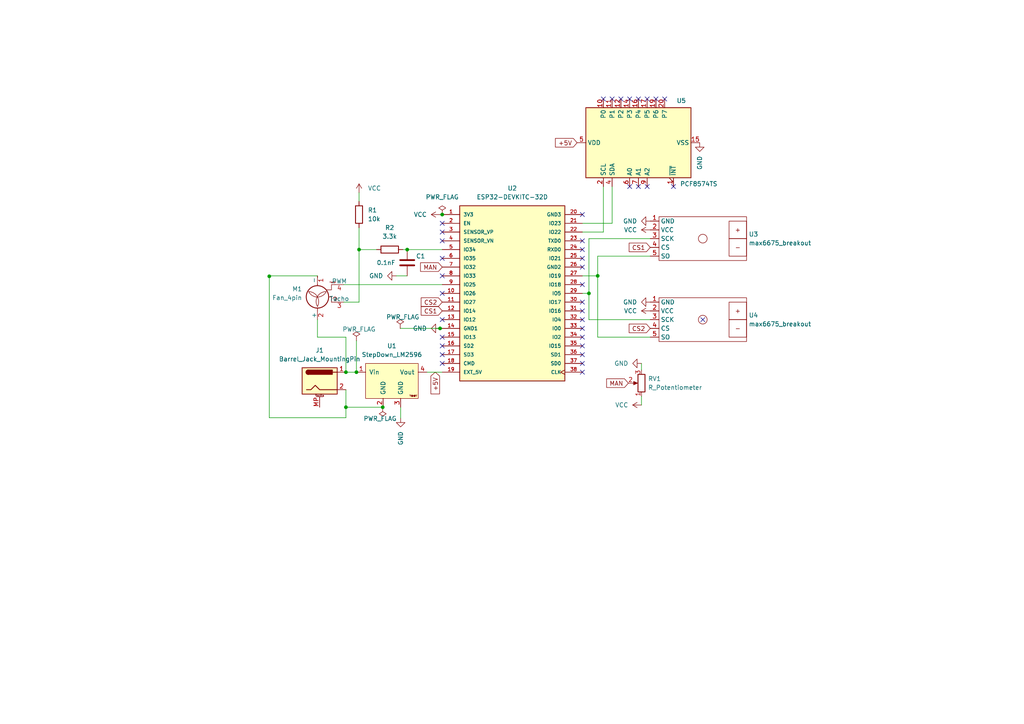
<source format=kicad_sch>
(kicad_sch (version 20211123) (generator eeschema)
  (paper "A4")
  (lib_symbols
    (symbol "Connector:Barrel_Jack_MountingPin" (pin_names hide)
      (property "Reference" "J" (at 0 5.334 0))
      (property "Value" "Barrel_Jack_MountingPin" (at 1.27 -6.35 0))
      (symbol "Barrel_Jack_MountingPin_0_1"
        (rectangle (start -5.08 3.81) (end 5.08 -3.81) (stroke (width 0.254)) (fill (type background)))
        (arc (start -3.302 3.175) (mid -3.937 2.54) (end -3.302 1.905) (stroke (width 0.254)))
        (arc (start -3.302 3.175) (mid -3.937 2.54) (end -3.302 1.905) (stroke (width 0.254)) (fill (type outline)))
        (polyline (pts (xy 5.08 2.54) (xy 3.81 2.54)) (stroke (width 0.254)))
        (polyline (pts (xy -3.81 -2.54) (xy -2.54 -2.54) (xy -1.27 -1.27) (xy 0 -2.54) (xy 2.54 -2.54) (xy 5.08 -2.54)) (stroke (width 0.254)))
        (rectangle (start 3.683 3.175) (end -3.302 1.905) (stroke (width 0.254)) (fill (type outline)))
      )
      (symbol "Barrel_Jack_MountingPin_1_1"
        (polyline (pts (xy -1.016 -4.572) (xy 1.016 -4.572)) (stroke (width 0.1524)))
        (text "Mounting" (at 0 -4.191 0) (effects (font (size 0.381 0.381))))
        (pin passive line (at 7.62 2.54 180) (length 2.54) (name "~") (number "1"))
        (pin passive line (at 7.62 -2.54 180) (length 2.54) (name "~") (number "2"))
        (pin passive line (at 0 -7.62 90) (length 3.048) (name "MountPin") (number "MP"))
      )
    )
    (symbol "Device:C" (pin_numbers hide) (pin_names (offset 0.254))
      (property "Reference" "C" (at 0.635 2.54 0))
      (property "Value" "C" (at 0.635 -2.54 0))
      (symbol "C_0_1"
        (polyline (pts (xy -2.032 -0.762) (xy 2.032 -0.762)) (stroke (width 0.508)))
        (polyline (pts (xy -2.032 0.762) (xy 2.032 0.762)) (stroke (width 0.508)))
      )
      (symbol "C_1_1"
        (pin passive line (at 0 3.81 270) (length 2.794) (name "~") (number "1"))
        (pin passive line (at 0 -3.81 90) (length 2.794) (name "~") (number "2"))
      )
    )
    (symbol "Device:R" (pin_numbers hide) (pin_names (offset 0))
      (property "Reference" "R" (at 2.032 0 90))
      (property "Value" "R" (at 0 0 90))
      (symbol "R_0_1"
        (rectangle (start -1.016 -2.54) (end 1.016 2.54) (stroke (width 0.254)))
      )
      (symbol "R_1_1"
        (pin passive line (at 0 3.81 270) (length 1.27) (name "~") (number "1"))
        (pin passive line (at 0 -3.81 90) (length 1.27) (name "~") (number "2"))
      )
    )
    (symbol "Device:R_Potentiometer" (pin_names (offset 1.016) hide)
      (property "Reference" "RV" (at -4.445 0 90))
      (property "Value" "R_Potentiometer" (at -2.54 0 90))
      (symbol "R_Potentiometer_0_1"
        (polyline (pts (xy 2.54 0) (xy 1.524 0)))
        (polyline (pts (xy 1.143 0) (xy 2.286 0.508) (xy 2.286 -0.508) (xy 1.143 0)) (fill (type outline)))
        (rectangle (start 1.016 2.54) (end -1.016 -2.54) (stroke (width 0.254)))
      )
      (symbol "R_Potentiometer_1_1"
        (pin passive line (at 0 3.81 270) (length 1.27) (name "1") (number "1"))
        (pin passive line (at 3.81 0 180) (length 1.27) (name "2") (number "2"))
        (pin passive line (at 0 -3.81 90) (length 1.27) (name "3") (number "3"))
      )
    )
    (symbol "ESP32-DEVKITC-32D:ESP32-DEVKITC-32D" (pin_names (offset 1.016))
      (property "Reference" "U" (at -15.2654 26.0604 0))
      (property "Value" "ESP32-DEVKITC-32D" (at -15.2654 -27.9654 0))
      (symbol "ESP32-DEVKITC-32D_0_0"
        (rectangle (start -15.24 -25.4) (end 15.24 25.4) (stroke (width 0.254)) (fill (type background)))
        (pin power_in line (at -20.32 22.86 0) (length 5.08) (name "3V3") (number "1"))
        (pin bidirectional line (at -20.32 0 0) (length 5.08) (name "IO26") (number "10"))
        (pin bidirectional line (at -20.32 -2.54 0) (length 5.08) (name "IO27") (number "11"))
        (pin bidirectional line (at -20.32 -5.08 0) (length 5.08) (name "IO14") (number "12"))
        (pin bidirectional line (at -20.32 -7.62 0) (length 5.08) (name "IO12") (number "13"))
        (pin power_in line (at -20.32 -10.16 0) (length 5.08) (name "GND1") (number "14"))
        (pin bidirectional line (at -20.32 -12.7 0) (length 5.08) (name "IO13") (number "15"))
        (pin bidirectional line (at -20.32 -15.24 0) (length 5.08) (name "SD2") (number "16"))
        (pin bidirectional line (at -20.32 -17.78 0) (length 5.08) (name "SD3") (number "17"))
        (pin bidirectional line (at -20.32 -20.32 0) (length 5.08) (name "CMD") (number "18"))
        (pin power_in line (at -20.32 -22.86 0) (length 5.08) (name "EXT_5V") (number "19"))
        (pin input line (at -20.32 20.32 0) (length 5.08) (name "EN") (number "2"))
        (pin power_in line (at 20.32 22.86 180) (length 5.08) (name "GND3") (number "20"))
        (pin bidirectional line (at 20.32 20.32 180) (length 5.08) (name "IO23") (number "21"))
        (pin bidirectional line (at 20.32 17.78 180) (length 5.08) (name "IO22") (number "22"))
        (pin output line (at 20.32 15.24 180) (length 5.08) (name "TXD0") (number "23"))
        (pin input line (at 20.32 12.7 180) (length 5.08) (name "RXD0") (number "24"))
        (pin bidirectional line (at 20.32 10.16 180) (length 5.08) (name "IO21") (number "25"))
        (pin power_in line (at 20.32 7.62 180) (length 5.08) (name "GND2") (number "26"))
        (pin bidirectional line (at 20.32 5.08 180) (length 5.08) (name "IO19") (number "27"))
        (pin bidirectional line (at 20.32 2.54 180) (length 5.08) (name "IO18") (number "28"))
        (pin bidirectional line (at 20.32 0 180) (length 5.08) (name "IO5") (number "29"))
        (pin input line (at -20.32 17.78 0) (length 5.08) (name "SENSOR_VP") (number "3"))
        (pin bidirectional line (at 20.32 -2.54 180) (length 5.08) (name "IO17") (number "30"))
        (pin bidirectional line (at 20.32 -5.08 180) (length 5.08) (name "IO16") (number "31"))
        (pin bidirectional line (at 20.32 -7.62 180) (length 5.08) (name "IO4") (number "32"))
        (pin bidirectional line (at 20.32 -10.16 180) (length 5.08) (name "IO0") (number "33"))
        (pin bidirectional line (at 20.32 -12.7 180) (length 5.08) (name "IO2") (number "34"))
        (pin bidirectional line (at 20.32 -15.24 180) (length 5.08) (name "IO15") (number "35"))
        (pin bidirectional line (at 20.32 -17.78 180) (length 5.08) (name "SD1") (number "36"))
        (pin bidirectional line (at 20.32 -20.32 180) (length 5.08) (name "SD0") (number "37"))
        (pin input clock (at 20.32 -22.86 180) (length 5.08) (name "CLK") (number "38"))
        (pin input line (at -20.32 15.24 0) (length 5.08) (name "SENSOR_VN") (number "4"))
        (pin bidirectional line (at -20.32 12.7 0) (length 5.08) (name "IO34") (number "5"))
        (pin bidirectional line (at -20.32 10.16 0) (length 5.08) (name "IO35") (number "6"))
        (pin bidirectional line (at -20.32 7.62 0) (length 5.08) (name "IO32") (number "7"))
        (pin bidirectional line (at -20.32 5.08 0) (length 5.08) (name "IO33") (number "8"))
        (pin bidirectional line (at -20.32 2.54 0) (length 5.08) (name "IO25") (number "9"))
      )
    )
    (symbol "Interface_Expansion:PCF8574TS"
      (property "Reference" "U" (at -8.89 16.51 0))
      (property "Value" "PCF8574TS" (at 3.81 16.51 0))
      (symbol "PCF8574TS_0_1"
        (rectangle (start -10.16 15.24) (end 10.16 -15.24) (stroke (width 0.254)) (fill (type background)))
      )
      (symbol "PCF8574TS_1_1"
        (pin open_collector output_low (at -12.7 -10.16 0) (length 2.54) (name "~{INT}") (number "1"))
        (pin bidirectional line (at 12.7 10.16 180) (length 2.54) (name "P0") (number "10"))
        (pin bidirectional line (at 12.7 7.62 180) (length 2.54) (name "P1") (number "11"))
        (pin bidirectional line (at 12.7 5.08 180) (length 2.54) (name "P2") (number "12"))
        (pin no_connect line (at -10.16 -5.08 0) (length 2.54) hide (name "NC") (number "13"))
        (pin bidirectional line (at 12.7 2.54 180) (length 2.54) (name "P3") (number "14"))
        (pin power_in line (at 0 -17.78 90) (length 2.54) (name "VSS") (number "15"))
        (pin bidirectional line (at 12.7 0 180) (length 2.54) (name "P4") (number "16"))
        (pin bidirectional line (at 12.7 -2.54 180) (length 2.54) (name "P5") (number "17"))
        (pin no_connect line (at -10.16 -7.62 0) (length 2.54) hide (name "NC") (number "18"))
        (pin bidirectional line (at 12.7 -5.08 180) (length 2.54) (name "P6") (number "19"))
        (pin input line (at -12.7 10.16 0) (length 2.54) (name "SCL") (number "2"))
        (pin bidirectional line (at 12.7 -7.62 180) (length 2.54) (name "P7") (number "20"))
        (pin no_connect line (at 10.16 -10.16 180) (length 2.54) hide (name "NC") (number "3"))
        (pin bidirectional line (at -12.7 7.62 0) (length 2.54) (name "SDA") (number "4"))
        (pin power_in line (at 0 17.78 270) (length 2.54) (name "VDD") (number "5"))
        (pin input line (at -12.7 2.54 0) (length 2.54) (name "A0") (number "6"))
        (pin input line (at -12.7 0 0) (length 2.54) (name "A1") (number "7"))
        (pin no_connect line (at 10.16 -12.7 180) (length 2.54) hide (name "NC") (number "8"))
        (pin input line (at -12.7 -2.54 0) (length 2.54) (name "A2") (number "9"))
      )
    )
    (symbol "Motor:Fan_4pin" (pin_names (offset 0))
      (property "Reference" "M" (at 2.54 5.08 0))
      (property "Value" "Fan_4pin" (at 2.54 -2.54 0))
      (symbol "Fan_4pin_0_0"
        (arc (start -5.588 1.524) (mid -5.08 1.016) (end -4.572 1.524))
        (arc (start -5.08 2.032) (mid -5.4392 1.8832) (end -5.588 1.524))
        (polyline (pts (xy -5.08 2.032) (xy -5.334 2.159)))
        (polyline (pts (xy -5.08 2.032) (xy -5.207 1.778)))
        (polyline (pts (xy -4.064 2.54) (xy -4.064 1.016) (xy -3.302 1.016)))
      )
      (symbol "Fan_4pin_0_1"
        (arc (start -2.54 -0.508) (mid -0.0014 0.9048) (end 0 3.81))
        (polyline (pts (xy -4.064 2.54) (xy -5.08 2.54)))
        (polyline (pts (xy 0 -5.08) (xy 0 -4.572)))
        (polyline (pts (xy 0 -2.2352) (xy 0 -2.6416)))
        (polyline (pts (xy 0 4.2672) (xy 0 4.6228)))
        (polyline (pts (xy 0 4.572) (xy 0 5.08)))
        (polyline (pts (xy -2.54 -1.016) (xy -4.064 -1.016) (xy -4.064 -2.54) (xy -5.08 -2.54)))
        (polyline (pts (xy -5.334 -3.302) (xy -5.08 -3.302) (xy -5.08 -3.048) (xy -4.826 -3.048) (xy -4.826 -3.302) (xy -4.318 -3.302) (xy -4.318 -3.048) (xy -4.064 -3.048) (xy -4.064 -3.302) (xy -3.556 -3.302)))
        (circle (center 0 1.016) (radius 3.2512) (stroke (width 0.254)))
        (arc (start 0 3.81) (mid 0.0468 0.9314) (end 2.54 -0.508))
        (arc (start 2.54 -0.508) (mid 0 1.0618) (end -2.54 -0.508))
      )
      (symbol "Fan_4pin_1_1"
        (pin passive line (at 0 -5.08 90) (length 2.54) (name "-") (number "1"))
        (pin passive line (at 0 7.62 270) (length 2.54) (name "+") (number "2"))
        (pin passive line (at -7.62 2.54 0) (length 2.54) (name "Tacho") (number "3"))
        (pin input line (at -7.62 -2.54 0) (length 2.54) (name "PWM") (number "4"))
      )
    )
    (symbol "power:GND" (power) (pin_names (offset 0))
      (property "Value" "GND" (at 0 -3.81 0))
      (symbol "GND_0_1"
        (polyline (pts (xy 0 0) (xy 0 -1.27) (xy 1.27 -1.27) (xy 0 -2.54) (xy -1.27 -1.27) (xy 0 -1.27)))
      )
      (symbol "GND_1_1"
        (pin power_in line (at 0 0 270) (length 0) hide (name "GND") (number "1"))
      )
    )
    (symbol "power:PWR_FLAG" (power) (pin_numbers hide) (pin_names (offset 0) hide)
      (property "Value" "PWR_FLAG" (at 0 3.81 0))
      (symbol "PWR_FLAG_0_0"
        (pin power_out line (at 0 0 90) (length 0) (name "pwr") (number "1"))
      )
      (symbol "PWR_FLAG_0_1"
        (polyline (pts (xy 0 0) (xy 0 1.27) (xy -1.016 1.905) (xy 0 2.54) (xy 1.016 1.905) (xy 0 1.27)))
      )
    )
    (symbol "power:VCC" (power) (pin_names (offset 0))
      (property "Value" "VCC" (at 0 3.81 0))
      (symbol "VCC_0_1"
        (polyline (pts (xy -0.762 1.27) (xy 0 2.54)))
        (polyline (pts (xy 0 0) (xy 0 2.54)))
        (polyline (pts (xy 0 2.54) (xy 0.762 1.27)))
      )
      (symbol "VCC_1_1"
        (pin power_in line (at 0 0 90) (length 0) hide (name "VCC") (number "1"))
      )
    )
    (symbol "smoken:max6675_breakout"
      (property "Reference" "U?" (at -1.27 11.43 0))
      (property "Value" "max6675_breakout" (at -1.27 8.89 0))
      (symbol "max6675_breakout_0_0"
        (text "+" (at 10.16 2.54 0) (effects (font (size 1.27 1.27))))
        (text "-" (at 10.16 -2.54 0) (effects (font (size 1.27 1.27))))
      )
      (symbol "max6675_breakout_0_1"
        (rectangle (start -12.7 6.35) (end 12.7 -6.35))
        (circle (center 0 0) (radius 1.27))
        (rectangle (start 7.62 5.08) (end 12.7 0))
        (rectangle (start 12.7 -5.08) (end 7.62 0))
      )
      (symbol "max6675_breakout_1_1"
        (pin input line (at -15.24 5.08 0) (length 2.54) (name "GND") (number "1"))
        (pin input line (at -15.24 2.54 0) (length 2.54) (name "VCC") (number "2"))
        (pin input line (at -15.24 0 0) (length 2.54) (name "SCK") (number "3"))
        (pin input line (at -15.24 -2.54 0) (length 2.54) (name "CS") (number "4"))
        (pin input line (at -15.24 -5.08 0) (length 2.54) (name "SO") (number "5"))
      )
    )
    (symbol "yaaj_dcdc_stepdown_lm2596:YAAJ_DCDC_StepDown_LM2596" (pin_names (offset 1.016))
      (property "Reference" "U" (at -5.08 6.35 0))
      (property "Value" "YAAJ_DCDC_StepDown_LM2596" (at 0 11.43 0))
      (symbol "YAAJ_DCDC_StepDown_LM2596_0_1"
        (rectangle (start -7.62 5.08) (end 7.62 -5.08) (fill (type background)))
      )
      (symbol "YAAJ_DCDC_StepDown_LM2596_1_1"
        (text "Y@@V" (at 6.1976 -4.2672 0) (effects (font (size 0.508 0.508))))
        (pin power_in line (at -10.16 2.54 0) (length 2.54) (name "Vin") (number "1"))
        (pin power_in line (at -2.54 -7.62 90) (length 2.54) (name "GND") (number "2"))
        (pin power_in line (at 2.54 -7.62 90) (length 2.54) (name "GND") (number "3"))
        (pin power_out line (at 10.16 2.54 180) (length 2.54) (name "Vout") (number "4"))
      )
    )
  )
  (junction (at 78.105 80.137))
  (junction (at 170.815 85.09))
  (junction (at 110.998 118.11))
  (junction (at 127.635 95.25))
  (junction (at 100.33 107.95))
  (junction (at 128.27 62.23))
  (junction (at 104.14 72.39))
  (junction (at 118.11 72.39))
  (junction (at 100.33 118.11))
  (junction (at 173.355 80.01))
  (junction (at 103.378 107.95))
  (no_connect (at 168.91 95.25))
  (no_connect (at 168.91 97.79))
  (no_connect (at 168.91 100.33))
  (no_connect (at 168.91 102.87))
  (no_connect (at 168.91 105.41))
  (no_connect (at 168.91 107.95))
  (no_connect (at 168.91 77.47))
  (no_connect (at 168.91 82.55))
  (no_connect (at 168.91 87.63))
  (no_connect (at 168.91 90.17))
  (no_connect (at 168.91 92.71))
  (no_connect (at 128.27 97.79))
  (no_connect (at 128.27 100.33))
  (no_connect (at 128.27 105.41))
  (no_connect (at 168.91 74.93))
  (no_connect (at 168.91 69.85))
  (no_connect (at 168.91 72.39))
  (no_connect (at 128.27 85.09))
  (no_connect (at 128.27 92.71))
  (no_connect (at 128.27 102.87))
  (no_connect (at 175.006 28.702))
  (no_connect (at 177.546 28.702))
  (no_connect (at 185.166 28.702))
  (no_connect (at 182.626 28.702))
  (no_connect (at 203.835 92.71))
  (no_connect (at 128.27 67.31))
  (no_connect (at 128.27 69.85))
  (no_connect (at 128.27 64.77))
  (no_connect (at 128.27 80.01))
  (no_connect (at 128.27 74.93))
  (no_connect (at 192.786 28.702))
  (no_connect (at 195.326 54.102))
  (no_connect (at 187.706 54.102))
  (no_connect (at 185.166 54.102))
  (no_connect (at 182.626 54.102))
  (no_connect (at 187.706 28.702))
  (no_connect (at 190.246 28.702))
  (no_connect (at 180.086 28.702))
  (no_connect (at 168.91 62.23))
  (wire (pts (xy 116.078 95.25) (xy 127.635 95.25)))
  (wire (pts (xy 170.815 92.71) (xy 170.815 85.09)))
  (wire (pts (xy 127.635 95.25) (xy 128.27 95.25)))
  (wire (pts (xy 78.105 80.01) (xy 92.075 80.01)))
  (wire (pts (xy 78.105 80.137) (xy 78.105 121.158)))
  (wire (pts (xy 114.935 80.01) (xy 118.11 80.01)))
  (wire (pts (xy 100.33 118.11) (xy 100.33 121.158)))
  (wire (pts (xy 127.635 62.23) (xy 128.27 62.23)))
  (wire (pts (xy 188.595 74.295) (xy 173.355 74.295)))
  (wire (pts (xy 173.355 74.295) (xy 173.355 80.01)))
  (wire (pts (xy 78.105 80.01) (xy 78.105 80.137)))
  (wire (pts (xy 100.33 113.03) (xy 100.33 118.11)))
  (wire (pts (xy 100.33 121.158) (xy 78.105 121.158)))
  (wire (pts (xy 177.546 54.102) (xy 177.546 64.77)))
  (wire (pts (xy 104.14 66.04) (xy 104.14 72.39)))
  (wire (pts (xy 99.695 82.55) (xy 128.27 82.55)))
  (wire (pts (xy 168.91 80.01) (xy 173.355 80.01)))
  (wire (pts (xy 177.546 64.77) (xy 168.91 64.77)))
  (wire (pts (xy 173.355 80.01) (xy 173.355 97.79)))
  (wire (pts (xy 118.11 72.39) (xy 128.27 72.39)))
  (wire (pts (xy 123.825 107.95) (xy 128.27 107.95)))
  (wire (pts (xy 188.595 69.215) (xy 170.815 69.215)))
  (wire (pts (xy 100.33 97.79) (xy 100.33 107.95)))
  (wire (pts (xy 186.055 105.41) (xy 186.055 107.315)))
  (wire (pts (xy 103.378 98.806) (xy 103.378 107.95)))
  (wire (pts (xy 116.84 72.39) (xy 118.11 72.39)))
  (wire (pts (xy 116.205 118.11) (xy 116.205 121.285)))
  (wire (pts (xy 168.91 67.31) (xy 175.006 67.31)))
  (wire (pts (xy 100.33 107.95) (xy 103.378 107.95)))
  (wire (pts (xy 170.815 69.215) (xy 170.815 85.09)))
  (wire (pts (xy 110.998 118.11) (xy 111.125 118.11)))
  (wire (pts (xy 188.595 92.71) (xy 170.815 92.71)))
  (wire (pts (xy 99.695 87.63) (xy 104.14 87.63)))
  (wire (pts (xy 92.075 92.71) (xy 92.075 97.79)))
  (wire (pts (xy 104.14 72.39) (xy 104.14 87.63)))
  (wire (pts (xy 104.14 72.39) (xy 109.22 72.39)))
  (wire (pts (xy 186.055 114.935) (xy 186.055 117.475)))
  (wire (pts (xy 103.378 107.95) (xy 103.505 107.95)))
  (wire (pts (xy 188.595 97.79) (xy 173.355 97.79)))
  (wire (pts (xy 92.075 97.79) (xy 100.33 97.79)))
  (wire (pts (xy 104.14 55.88) (xy 104.14 58.42)))
  (wire (pts (xy 168.91 85.09) (xy 170.815 85.09)))
  (wire (pts (xy 100.33 118.11) (xy 110.998 118.11)))
  (wire (pts (xy 175.006 54.102) (xy 175.006 67.31)))
  (global_label "CS1" (shape input) (at 188.595 71.755 180) (property "Intersheet References" "${INTERSHEET_REFS}" (effects hide)))
  (global_label "+5V" (shape input) (at 167.386 41.402 180) (property "Intersheet References" "${INTERSHEET_REFS}" (effects hide)))
  (global_label "+5V" (shape input) (at 126.238 107.95 270) (property "Intersheet References" "${INTERSHEET_REFS}" (effects hide)))
  (global_label "MAN" (shape input) (at 128.27 77.47 180) (property "Intersheet References" "${INTERSHEET_REFS}" (effects hide)))
  (global_label "CS2" (shape input) (at 188.595 95.25 180) (property "Intersheet References" "${INTERSHEET_REFS}" (effects hide)))
  (global_label "CS2" (shape input) (at 128.27 87.63 180) (property "Intersheet References" "${INTERSHEET_REFS}" (effects hide)))
  (global_label "MAN" (shape input) (at 182.245 111.125 180) (property "Intersheet References" "${INTERSHEET_REFS}" (effects hide)))
  (global_label "CS1" (shape input) (at 128.27 90.17 180) (property "Intersheet References" "${INTERSHEET_REFS}" (effects hide)))
  (symbol (lib_id "power:VCC") (at 127.635 62.23 90) (unit 1)
    (property "Reference" "#PWR0108" (effects hide))
    (property "Value" "VCC" (at 123.825 62.2299 90) (effects (justify left)))
  )
  (symbol (lib_id "power:GND") (at 188.595 87.63 270) (unit 1)
    (property "Reference" "#PWR0102" (effects hide))
    (property "Value" "GND" (at 184.785 87.6301 90) (effects (justify right)))
  )
  (symbol (lib_id "power:GND") (at 188.595 64.135 270) (unit 1)
    (property "Reference" "#PWR0103" (effects hide))
    (property "Value" "GND" (at 184.785 64.1351 90) (effects (justify right)))
  )
  (symbol (lib_id "Interface_Expansion:PCF8574TS") (at 185.166 41.402 90) (unit 1)
    (property "Reference" "U5" (at 197.612 29.21 90))
    (property "Value" "PCF8574TS" (at 202.692 53.34 90))
    (property "Footprint" "smoken:lcd1602_breakout" (effects hide))
    (property "Datasheet" "http://www.nxp.com/documents/data_sheet/PCF8574_PCF8574A.pdf" (effects hide))
  )
  (symbol (lib_id "ESP32-DEVKITC-32D:ESP32-DEVKITC-32D") (at 148.59 85.09 0) (unit 1)
    (property "Reference" "U2" (at 148.59 54.61 0))
    (property "Value" "ESP32-DEVKITC-32D" (at 148.59 57.15 0))
    (property "Footprint" "ESP32-DEVKITC-32D:MODULE_ESP32-DEVKITC-32D" (effects hide))
    (property "MANUFACTURER" "Espressif Systems" (effects hide))
    (property "PARTREV" "4" (effects hide))
  )
  (symbol (lib_id "power:PWR_FLAG") (at 128.27 62.23 0) (unit 1)
    (property "Reference" "#FLG0101" (effects hide))
    (property "Value" "PWR_FLAG" (at 128.27 57.15 0))
  )
  (symbol (lib_id "smoken:max6675_breakout") (at 203.835 92.71 0) (unit 1)
    (property "Reference" "U4" (at 217.17 91.4399 0) (effects (justify left)))
    (property "Value" "max6675_breakout" (at 217.17 93.9799 0) (effects (justify left)))
    (property "Footprint" "smoken:max6675_breakout" (effects hide))
  )
  (symbol (lib_id "power:VCC") (at 188.595 66.675 90) (unit 1)
    (property "Reference" "#PWR0101" (effects hide))
    (property "Value" "VCC" (at 184.785 66.6749 90) (effects (justify left)))
  )
  (symbol (lib_id "power:GND") (at 186.055 105.41 270) (unit 1)
    (property "Reference" "#PWR0106" (effects hide))
    (property "Value" "GND" (at 182.245 105.4101 90) (effects (justify right)))
  )
  (symbol (lib_id "yaaj_dcdc_stepdown_lm2596:YAAJ_DCDC_StepDown_LM2596") (at 113.665 110.49 0) (unit 1)
    (property "Reference" "U1" (at 113.665 100.33 0))
    (property "Value" "StepDown_LM2596" (at 113.665 102.87 0))
    (property "Footprint" "KiCad:YAAJ_DCDC_StepDown_LM2596" (effects hide))
  )
  (symbol (lib_id "smoken:max6675_breakout") (at 203.835 69.215 0) (unit 1)
    (property "Reference" "U3" (at 217.17 67.9449 0) (effects (justify left)))
    (property "Value" "max6675_breakout" (at 217.17 70.4849 0) (effects (justify left)))
    (property "Footprint" "smoken:max6675_breakout" (effects hide))
  )
  (symbol (lib_id "Device:R") (at 113.03 72.39 90) (unit 1)
    (property "Reference" "R2" (at 113.03 66.04 90))
    (property "Value" "3.3k" (at 113.03 68.58 90))
    (property "Footprint" "Resistor_THT:R_Axial_DIN0204_L3.6mm_D1.6mm_P5.08mm_Horizontal" (effects hide))
  )
  (symbol (lib_id "power:GND") (at 114.935 80.01 270) (unit 1)
    (property "Reference" "#PWR0109" (effects hide))
    (property "Value" "GND" (at 111.125 80.0101 90) (effects (justify right)))
  )
  (symbol (lib_id "Motor:Fan_4pin") (at 92.075 85.09 180) (unit 1)
    (property "Reference" "M1" (at 87.63 83.8199 0) (effects (justify left)))
    (property "Value" "Fan_4pin" (at 87.63 86.3599 0) (effects (justify left)))
    (property "Footprint" "Connector_PinHeader_2.54mm:PinHeader_1x04_P2.54mm_Vertical" (effects hide))
    (property "Datasheet" "http://www.formfactors.org/developer%5Cspecs%5Crev1_2_public.pdf" (effects hide))
  )
  (symbol (lib_id "power:VCC") (at 188.595 90.17 90) (unit 1)
    (property "Reference" "#PWR0104" (effects hide))
    (property "Value" "VCC" (at 184.785 90.1699 90) (effects (justify left)))
  )
  (symbol (lib_id "power:GND") (at 127.635 95.25 270) (unit 1)
    (property "Reference" "#PWR0110" (effects hide))
    (property "Value" "GND" (at 123.825 95.2501 90) (effects (justify right)))
  )
  (symbol (lib_id "Connector:Barrel_Jack_MountingPin") (at 92.71 110.49 0) (unit 1)
    (property "Reference" "J1" (at 92.71 101.6 0))
    (property "Value" "Barrel_Jack_MountingPin" (at 92.71 104.14 0))
    (property "Footprint" "Connector_BarrelJack:BarrelJack_GCT_DCJ200-10-A_Horizontal" (effects hide))
  )
  (symbol (lib_id "power:VCC") (at 104.14 55.88 0) (unit 1)
    (property "Reference" "#PWR0107" (effects hide))
    (property "Value" "VCC" (at 106.68 54.6099 0) (effects (justify left)))
  )
  (symbol (lib_id "Device:R_Potentiometer") (at 186.055 111.125 180) (unit 1)
    (property "Reference" "RV1" (at 187.96 109.8549 0) (effects (justify right)))
    (property "Value" "R_Potentiometer" (at 187.96 112.3949 0) (effects (justify right)))
    (property "Footprint" "Potentiometer_THT:Potentiometer_Omeg_PC16BU_Vertical" (effects hide))
  )
  (symbol (lib_id "power:PWR_FLAG") (at 103.378 98.806 0) (unit 1)
    (property "Reference" "#FLG0102" (effects hide))
    (property "Value" "PWR_FLAG" (at 104.14 95.504 0))
  )
  (symbol (lib_id "power:VCC") (at 186.055 117.475 90) (unit 1)
    (property "Reference" "#PWR0105" (effects hide))
    (property "Value" "VCC" (at 182.245 117.4749 90) (effects (justify left)))
  )
  (symbol (lib_id "Device:R") (at 104.14 62.23 0) (unit 1)
    (property "Reference" "R1" (at 106.68 60.9599 0) (effects (justify left)))
    (property "Value" "10k" (at 106.68 63.4999 0) (effects (justify left)))
    (property "Footprint" "Resistor_THT:R_Axial_DIN0204_L3.6mm_D1.6mm_P5.08mm_Horizontal" (effects hide))
  )
  (symbol (lib_id "power:PWR_FLAG") (at 116.078 95.25 0) (unit 1)
    (property "Reference" "#FLG0103" (effects hide))
    (property "Value" "PWR_FLAG" (at 116.84 91.948 0))
  )
  (symbol (lib_id "power:GND") (at 116.205 121.285 0) (unit 1)
    (property "Reference" "#PWR0111" (effects hide))
    (property "Value" "GND" (at 116.2051 125.095 90) (effects (justify right)))
  )
  (symbol (lib_id "Device:C") (at 118.11 76.2 0) (unit 1)
    (property "Reference" "C1" (at 120.65 74.295 0) (effects (justify left)))
    (property "Value" "0.1nF" (at 109.22 76.2 0) (effects (justify left)))
    (property "Footprint" "Capacitor_THT:CP_Radial_D4.0mm_P2.00mm" (effects hide))
  )
  (symbol (lib_id "power:GND") (at 202.946 41.402 0) (unit 1)
    (property "Reference" "#PWR0112" (effects hide))
    (property "Value" "GND" (at 202.9461 45.212 90) (effects (justify right)))
  )
  (symbol (lib_id "power:PWR_FLAG") (at 110.998 118.11 180) (unit 1)
    (property "Reference" "#FLG0104" (effects hide))
    (property "Value" "PWR_FLAG" (at 110.236 121.412 0))
  )
)
</source>
